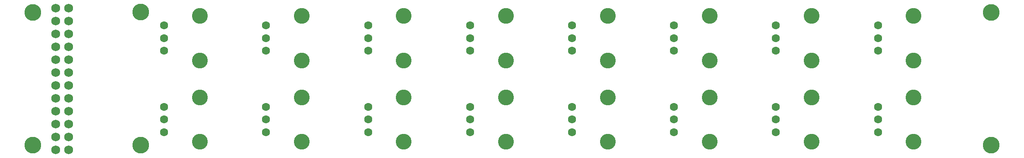
<source format=gbr>
G04 #@! TF.FileFunction,Soldermask,Bot*
%FSLAX46Y46*%
G04 Gerber Fmt 4.6, Leading zero omitted, Abs format (unit mm)*
G04 Created by KiCad (PCBNEW 4.0.4-stable) date 01/02/17 17:56:56*
%MOMM*%
%LPD*%
G01*
G04 APERTURE LIST*
%ADD10C,0.100000*%
%ADD11C,3.300000*%
%ADD12C,3.100000*%
%ADD13C,1.600000*%
%ADD14C,1.727200*%
G04 APERTURE END LIST*
D10*
D11*
X24130000Y29210000D03*
X24130000Y3000000D03*
X3000000Y29125000D03*
X3000000Y3000000D03*
X190960000Y3000000D03*
D12*
X115760000Y28488200D03*
X115760000Y19699800D03*
D13*
X108749600Y26594000D03*
X108749600Y24094000D03*
X108749600Y21594000D03*
D12*
X175760000Y28488200D03*
X175760000Y19699800D03*
D13*
X168749600Y26594000D03*
X168749600Y24094000D03*
X168749600Y21594000D03*
D12*
X35760000Y28488200D03*
X35760000Y19699800D03*
D13*
X28749600Y26594000D03*
X28749600Y24094000D03*
X28749600Y21594000D03*
D12*
X55760000Y28488200D03*
X55760000Y19699800D03*
D13*
X48749600Y26594000D03*
X48749600Y24094000D03*
X48749600Y21594000D03*
D12*
X75760000Y28488200D03*
X75760000Y19699800D03*
D13*
X68749600Y26594000D03*
X68749600Y24094000D03*
X68749600Y21594000D03*
D12*
X95760000Y28488200D03*
X95760000Y19699800D03*
D13*
X88749600Y26594000D03*
X88749600Y24094000D03*
X88749600Y21594000D03*
D12*
X135760000Y28488200D03*
X135760000Y19699800D03*
D13*
X128749600Y26594000D03*
X128749600Y24094000D03*
X128749600Y21594000D03*
D12*
X155760000Y28488200D03*
X155760000Y19699800D03*
D13*
X148749600Y26594000D03*
X148749600Y24094000D03*
X148749600Y21594000D03*
D12*
X35760000Y12425600D03*
X35760000Y3637200D03*
D13*
X28749600Y10531400D03*
X28749600Y8031400D03*
X28749600Y5531400D03*
D12*
X55760000Y12425600D03*
X55760000Y3637200D03*
D13*
X48749600Y10531400D03*
X48749600Y8031400D03*
X48749600Y5531400D03*
D12*
X75760000Y12425600D03*
X75760000Y3637200D03*
D13*
X68749600Y10531400D03*
X68749600Y8031400D03*
X68749600Y5531400D03*
D12*
X95760000Y12425600D03*
X95760000Y3637200D03*
D13*
X88749600Y10531400D03*
X88749600Y8031400D03*
X88749600Y5531400D03*
D12*
X115760000Y12425600D03*
X115760000Y3637200D03*
D13*
X108749600Y10531400D03*
X108749600Y8031400D03*
X108749600Y5531400D03*
D12*
X135760000Y12425600D03*
X135760000Y3637200D03*
D13*
X128749600Y10531400D03*
X128749600Y8031400D03*
X128749600Y5531400D03*
D12*
X155760000Y12425600D03*
X155760000Y3637200D03*
D13*
X148749600Y10531400D03*
X148749600Y8031400D03*
X148749600Y5531400D03*
D12*
X175760000Y12425600D03*
X175760000Y3637200D03*
D13*
X168749600Y10531400D03*
X168749600Y8031400D03*
X168749600Y5531400D03*
D11*
X190960000Y29125000D03*
D14*
X7493000Y29997400D03*
X10033000Y29997400D03*
X7493000Y12217400D03*
X10033000Y12217400D03*
X7493000Y9677400D03*
X10033000Y9677400D03*
X7493000Y7137400D03*
X10033000Y7137400D03*
X7493000Y4597400D03*
X10033000Y4597400D03*
X7493000Y2057400D03*
X10033000Y2057400D03*
X7493000Y14757400D03*
X10033000Y14757400D03*
X7493000Y19837400D03*
X10033000Y19837400D03*
X7493000Y22377400D03*
X10033000Y22377400D03*
X7493000Y17297400D03*
X10033000Y17297400D03*
X7493000Y27457400D03*
X10033000Y27457400D03*
X7493000Y24917400D03*
X10033000Y24917400D03*
M02*

</source>
